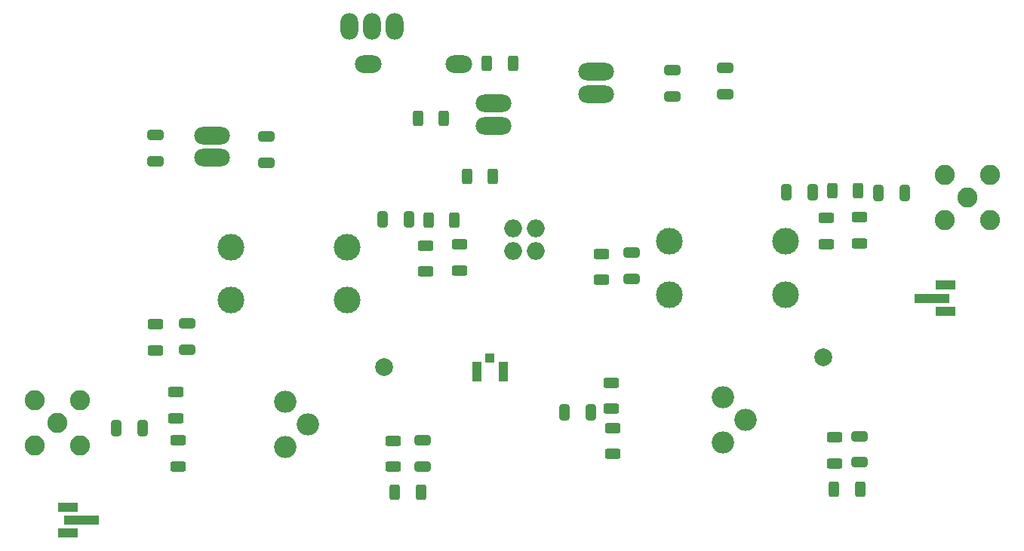
<source format=gbr>
%TF.GenerationSoftware,KiCad,Pcbnew,(6.0.7)*%
%TF.CreationDate,2023-01-19T20:49:39-05:00*%
%TF.ProjectId,Phoenix612_Stage_2_PA_Testing_v1,50686f65-6e69-4783-9631-325f53746167,rev?*%
%TF.SameCoordinates,Original*%
%TF.FileFunction,Soldermask,Top*%
%TF.FilePolarity,Negative*%
%FSLAX46Y46*%
G04 Gerber Fmt 4.6, Leading zero omitted, Abs format (unit mm)*
G04 Created by KiCad (PCBNEW (6.0.7)) date 2023-01-19 20:49:39*
%MOMM*%
%LPD*%
G01*
G04 APERTURE LIST*
G04 Aperture macros list*
%AMRoundRect*
0 Rectangle with rounded corners*
0 $1 Rounding radius*
0 $2 $3 $4 $5 $6 $7 $8 $9 X,Y pos of 4 corners*
0 Add a 4 corners polygon primitive as box body*
4,1,4,$2,$3,$4,$5,$6,$7,$8,$9,$2,$3,0*
0 Add four circle primitives for the rounded corners*
1,1,$1+$1,$2,$3*
1,1,$1+$1,$4,$5*
1,1,$1+$1,$6,$7*
1,1,$1+$1,$8,$9*
0 Add four rect primitives between the rounded corners*
20,1,$1+$1,$2,$3,$4,$5,0*
20,1,$1+$1,$4,$5,$6,$7,0*
20,1,$1+$1,$6,$7,$8,$9,0*
20,1,$1+$1,$8,$9,$2,$3,0*%
G04 Aperture macros list end*
%ADD10RoundRect,0.250000X-0.650000X0.325000X-0.650000X-0.325000X0.650000X-0.325000X0.650000X0.325000X0*%
%ADD11R,4.000000X1.000000*%
%ADD12R,2.200000X1.050000*%
%ADD13O,4.000000X2.000000*%
%ADD14RoundRect,0.250000X0.325000X0.650000X-0.325000X0.650000X-0.325000X-0.650000X0.325000X-0.650000X0*%
%ADD15RoundRect,0.250000X0.625000X-0.312500X0.625000X0.312500X-0.625000X0.312500X-0.625000X-0.312500X0*%
%ADD16RoundRect,0.250000X-0.325000X-0.650000X0.325000X-0.650000X0.325000X0.650000X-0.325000X0.650000X0*%
%ADD17C,3.000000*%
%ADD18RoundRect,0.250000X-0.312500X-0.625000X0.312500X-0.625000X0.312500X0.625000X-0.312500X0.625000X0*%
%ADD19O,3.000000X2.000000*%
%ADD20C,2.000000*%
%ADD21O,2.500000X2.500000*%
%ADD22RoundRect,0.250000X0.312500X0.625000X-0.312500X0.625000X-0.312500X-0.625000X0.312500X-0.625000X0*%
%ADD23O,2.000000X3.000000*%
%ADD24C,2.250000*%
%ADD25R,1.000000X1.050000*%
%ADD26R,1.050000X2.200000*%
%ADD27O,2.000000X2.000000*%
G04 APERTURE END LIST*
D10*
%TO.C,C11*%
X107861100Y-37958500D03*
X107861100Y-40908500D03*
%TD*%
D11*
%TO.C,U3*%
X131057631Y-63851911D03*
D12*
X132582631Y-65326911D03*
X132582631Y-62376911D03*
%TD*%
D13*
%TO.C,C5*%
X50304700Y-48070649D03*
X50304700Y-45570649D03*
%TD*%
D14*
%TO.C,C7*%
X72391800Y-54991000D03*
X69441800Y-54991000D03*
%TD*%
D15*
%TO.C,R18*%
X122930631Y-57694411D03*
X122930631Y-54769411D03*
%TD*%
D10*
%TO.C,C2*%
X47498000Y-66673200D03*
X47498000Y-69623200D03*
%TD*%
%TO.C,C12*%
X97352831Y-58693911D03*
X97352831Y-61643911D03*
%TD*%
D15*
%TO.C,R5*%
X70637400Y-82793300D03*
X70637400Y-79868300D03*
%TD*%
%TO.C,R12*%
X95244631Y-81341811D03*
X95244631Y-78416811D03*
%TD*%
D16*
%TO.C,C1*%
X39569600Y-78409800D03*
X42519600Y-78409800D03*
%TD*%
D13*
%TO.C,C9*%
X93408500Y-38407849D03*
X93408500Y-40907849D03*
%TD*%
D17*
%TO.C,T2*%
X114622431Y-57448311D03*
X101622431Y-57448311D03*
X114622431Y-63448311D03*
X101622431Y-63448311D03*
%TD*%
D11*
%TO.C,U1*%
X35688000Y-88773000D03*
D12*
X34163000Y-87298000D03*
X34163000Y-90248000D03*
%TD*%
D14*
%TO.C,C14*%
X117701831Y-51939311D03*
X114751831Y-51939311D03*
%TD*%
D18*
%TO.C,R6*%
X70800500Y-85661500D03*
X73725500Y-85661500D03*
%TD*%
D15*
%TO.C,R10*%
X78054200Y-60746100D03*
X78054200Y-57821100D03*
%TD*%
D10*
%TO.C,C4*%
X73888600Y-79805000D03*
X73888600Y-82755000D03*
%TD*%
D19*
%TO.C,D1*%
X78016100Y-37579300D03*
X67856100Y-37579300D03*
%TD*%
D20*
%TO.C,TP2*%
X118866631Y-70481311D03*
%TD*%
D15*
%TO.C,R11*%
X95059500Y-76265500D03*
X95059500Y-73340500D03*
%TD*%
D18*
%TO.C,R9*%
X74585100Y-55067200D03*
X77510100Y-55067200D03*
%TD*%
D10*
%TO.C,C8*%
X101917500Y-38212500D03*
X101917500Y-41162500D03*
%TD*%
D15*
%TO.C,R3*%
X43967400Y-69686900D03*
X43967400Y-66761900D03*
%TD*%
D10*
%TO.C,C13*%
X122981431Y-79344111D03*
X122981431Y-82294111D03*
%TD*%
D15*
%TO.C,R13*%
X94000031Y-61809211D03*
X94000031Y-58884211D03*
%TD*%
%TO.C,R16*%
X119222231Y-57770611D03*
X119222231Y-54845611D03*
%TD*%
D13*
%TO.C,D2*%
X81902300Y-44518500D03*
X81902300Y-41978500D03*
%TD*%
D18*
%TO.C,R17*%
X119882631Y-51812311D03*
X122807631Y-51812311D03*
%TD*%
D10*
%TO.C,C6*%
X43954700Y-45528849D03*
X43954700Y-48478849D03*
%TD*%
D21*
%TO.C,Q1*%
X58496200Y-80568800D03*
X61036200Y-78028800D03*
X58496200Y-75488800D03*
%TD*%
%TO.C,Q2*%
X107645200Y-80086200D03*
X110185200Y-77546200D03*
X107645200Y-75006200D03*
%TD*%
D22*
%TO.C,R4*%
X76329000Y-43675300D03*
X73404000Y-43675300D03*
%TD*%
%TO.C,R19*%
X81815400Y-50177700D03*
X78890400Y-50177700D03*
%TD*%
D15*
%TO.C,R8*%
X74269600Y-60862400D03*
X74269600Y-57937400D03*
%TD*%
D14*
%TO.C,C10*%
X92806231Y-76628111D03*
X89856231Y-76628111D03*
%TD*%
D18*
%TO.C,R7*%
X81165700Y-37477700D03*
X84090700Y-37477700D03*
%TD*%
D10*
%TO.C,C3*%
X56400700Y-45655849D03*
X56400700Y-48605849D03*
%TD*%
D15*
%TO.C,R2*%
X46482000Y-82757200D03*
X46482000Y-79832200D03*
%TD*%
D17*
%TO.C,T1*%
X65453400Y-58087000D03*
X52453400Y-58087000D03*
X65453400Y-64087000D03*
X52453400Y-64087000D03*
%TD*%
D23*
%TO.C,J3*%
X70838300Y-33286700D03*
X68298300Y-33286700D03*
X65758300Y-33286700D03*
%TD*%
D15*
%TO.C,R14*%
X120136631Y-82408611D03*
X120136631Y-79483611D03*
%TD*%
D24*
%TO.C,J2*%
X135021031Y-52498111D03*
X137561031Y-55038111D03*
X137561031Y-49958111D03*
X132481031Y-55038111D03*
X132481031Y-49958111D03*
%TD*%
%TO.C,J1*%
X32918400Y-77825600D03*
X30378400Y-80365600D03*
X30378400Y-75285600D03*
X35458400Y-75285600D03*
X35458400Y-80365600D03*
%TD*%
D14*
%TO.C,C15*%
X128012431Y-51990111D03*
X125062431Y-51990111D03*
%TD*%
D25*
%TO.C,U2*%
X81483200Y-70534800D03*
D26*
X80008200Y-72059800D03*
X82958200Y-72059800D03*
%TD*%
D18*
%TO.C,R15*%
X120076500Y-85280500D03*
X123001500Y-85280500D03*
%TD*%
D20*
%TO.C,TP1*%
X69570600Y-71628000D03*
%TD*%
D15*
%TO.C,R1*%
X46228000Y-77332300D03*
X46228000Y-74407300D03*
%TD*%
D27*
%TO.C,J4*%
X84069000Y-56052800D03*
X86609000Y-56052800D03*
X84069000Y-58592800D03*
X86609000Y-58592800D03*
%TD*%
M02*

</source>
